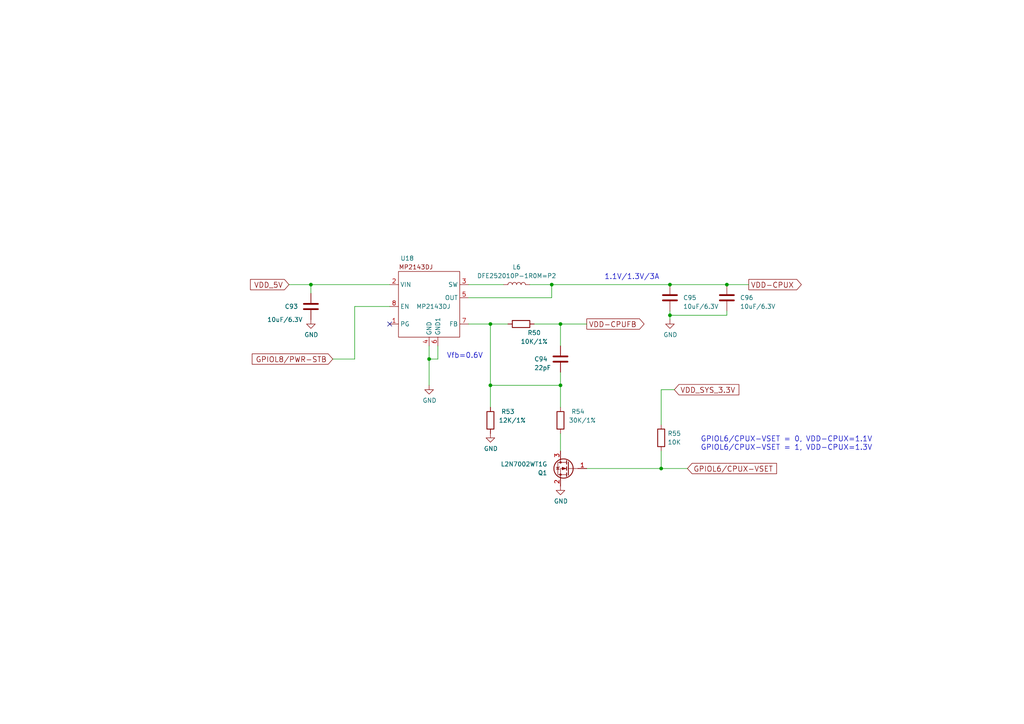
<source format=kicad_sch>
(kicad_sch (version 20230121) (generator eeschema)
  (paper "A4")
  (lib_symbols
    (symbol "Device:C" (pin_numbers hide) (pin_names (offset 0.254))
      (property "Reference" "C" (at 0.635 2.54 0))
      (property "Value" "C" (at 0.635 -2.54 0))
      (symbol "C_0_1"
        (polyline (pts (xy -2.032 -0.762) (xy 2.032 -0.762)) (stroke (width 0.508)))
        (polyline (pts (xy -2.032 0.762) (xy 2.032 0.762)) (stroke (width 0.508)))
      )
      (symbol "C_1_1"
        (pin passive line (at 0 3.81 270) (length 2.794) (name "~") (number "1"))
        (pin passive line (at 0 -3.81 90) (length 2.794) (name "~") (number "2"))
      )
    )
    (symbol "Device:L" (pin_numbers hide) (pin_names (offset 1.016) hide)
      (property "Reference" "L" (at -1.27 0 90))
      (property "Value" "L" (at 1.905 0 90))
      (symbol "L_0_1"
        (arc (start 0 -2.54) (mid 0.6323 -1.905) (end 0 -1.27))
        (arc (start 0 -1.27) (mid 0.6323 -0.635) (end 0 0))
        (arc (start 0 0) (mid 0.6323 0.635) (end 0 1.27))
        (arc (start 0 1.27) (mid 0.6323 1.905) (end 0 2.54))
      )
      (symbol "L_1_1"
        (pin passive line (at 0 3.81 270) (length 1.27) (name "1") (number "1"))
        (pin passive line (at 0 -3.81 90) (length 1.27) (name "2") (number "2"))
      )
    )
    (symbol "Device:R" (pin_numbers hide) (pin_names (offset 0))
      (property "Reference" "R" (at 2.032 0 90))
      (property "Value" "R" (at 0 0 90))
      (symbol "R_0_1"
        (rectangle (start -1.016 -2.54) (end 1.016 2.54) (stroke (width 0.254)))
      )
      (symbol "R_1_1"
        (pin passive line (at 0 3.81 270) (length 1.27) (name "~") (number "1"))
        (pin passive line (at 0 -3.81 90) (length 1.27) (name "~") (number "2"))
      )
    )
    (symbol "Transistor_FET:2N7002" (pin_names hide)
      (property "Reference" "Q" (at 5.08 1.905 0))
      (property "Value" "2N7002" (at 5.08 0 0))
      (symbol "2N7002_0_1"
        (polyline (pts (xy 0.254 0) (xy -2.54 0)))
        (polyline (pts (xy 0.254 1.905) (xy 0.254 -1.905)) (stroke (width 0.254)))
        (polyline (pts (xy 0.762 -1.27) (xy 0.762 -2.286)) (stroke (width 0.254)))
        (polyline (pts (xy 0.762 0.508) (xy 0.762 -0.508)) (stroke (width 0.254)))
        (polyline (pts (xy 0.762 2.286) (xy 0.762 1.27)) (stroke (width 0.254)))
        (polyline (pts (xy 2.54 2.54) (xy 2.54 1.778)))
        (polyline (pts (xy 2.54 -2.54) (xy 2.54 0) (xy 0.762 0)))
        (polyline (pts (xy 0.762 -1.778) (xy 3.302 -1.778) (xy 3.302 1.778) (xy 0.762 1.778)))
        (polyline (pts (xy 1.016 0) (xy 2.032 0.381) (xy 2.032 -0.381) (xy 1.016 0)) (fill (type outline)))
        (polyline (pts (xy 2.794 0.508) (xy 2.921 0.381) (xy 3.683 0.381) (xy 3.81 0.254)))
        (polyline (pts (xy 3.302 0.381) (xy 2.921 -0.254) (xy 3.683 -0.254) (xy 3.302 0.381)))
        (circle (center 1.651 0) (radius 2.794) (stroke (width 0.254)))
        (circle (center 2.54 -1.778) (radius 0.254) (fill (type outline)))
        (circle (center 2.54 1.778) (radius 0.254) (fill (type outline)))
      )
      (symbol "2N7002_1_1"
        (pin input line (at -5.08 0 0) (length 2.54) (name "G") (number "1"))
        (pin passive line (at 2.54 -5.08 90) (length 2.54) (name "S") (number "2"))
        (pin passive line (at 2.54 5.08 270) (length 2.54) (name "D") (number "3"))
      )
    )
    (symbol "WiRoc:MP2143DJ"
      (property "Reference" "U" (at -5.08 13.97 0))
      (symbol "MP2143DJ_1_1"
        (rectangle (start -6.35 10.16) (end 11.43 -8.89))
        (text "MP2143DJ" (at -1.27 11.43 0) (effects (font (size 1.27 1.27))))
        (pin input line (at -8.89 -5.08 0) (length 2.54) (name "PG") (number "1"))
        (pin power_in line (at -8.89 6.35 0) (length 2.54) (name "VIN") (number "2"))
        (pin power_out line (at 13.97 6.35 180) (length 2.54) (name "SW") (number "3"))
        (pin power_in line (at 2.54 -11.43 90) (length 2.54) (name "GND") (number "4"))
        (pin input line (at 13.97 2.54 180) (length 2.54) (name "OUT") (number "5"))
        (pin power_in line (at 5.08 -11.43 90) (length 2.54) (name "GND1") (number "6"))
        (pin output line (at 13.97 -5.08 180) (length 2.54) (name "FB") (number "7"))
        (pin input line (at -8.89 0 0) (length 2.54) (name "EN") (number "8"))
      )
    )
    (symbol "power:GND" (power) (pin_names (offset 0))
      (property "Value" "GND" (at 0 -3.81 0))
      (symbol "GND_0_1"
        (polyline (pts (xy 0 0) (xy 0 -1.27) (xy 1.27 -1.27) (xy 0 -2.54) (xy -1.27 -1.27) (xy 0 -1.27)))
      )
      (symbol "GND_1_1"
        (pin power_in line (at 0 0 270) (length 0) hide (name "GND") (number "1"))
      )
    )
  )
  (junction (at 194.31 91.44))
  (junction (at 90.17 82.55))
  (junction (at 162.56 93.98))
  (junction (at 194.31 82.55))
  (junction (at 162.56 111.76))
  (junction (at 124.46 104.14))
  (junction (at 142.24 93.98))
  (junction (at 191.77 135.89))
  (junction (at 142.24 111.76))
  (junction (at 160.02 82.55))
  (junction (at 210.82 82.55))
  (no_connect (at 113.03 93.98))
  (wire (pts (xy 162.56 93.98) (xy 162.56 100.33)))
  (wire (pts (xy 127 104.14) (xy 124.46 104.14)))
  (wire (pts (xy 135.89 93.98) (xy 142.24 93.98)))
  (wire (pts (xy 154.94 93.98) (xy 162.56 93.98)))
  (wire (pts (xy 142.24 93.98) (xy 147.32 93.98)))
  (wire (pts (xy 160.02 82.55) (xy 153.67 82.55)))
  (wire (pts (xy 162.56 93.98) (xy 170.18 93.98)))
  (wire (pts (xy 160.02 82.55) (xy 194.31 82.55)))
  (wire (pts (xy 162.56 125.73) (xy 162.56 130.81)))
  (wire (pts (xy 135.89 82.55) (xy 146.05 82.55)))
  (wire (pts (xy 127 100.33) (xy 127 104.14)))
  (wire (pts (xy 162.56 107.95) (xy 162.56 111.76)))
  (wire (pts (xy 96.52 104.14) (xy 102.87 104.14)))
  (wire (pts (xy 191.77 113.03) (xy 191.77 123.19)))
  (wire (pts (xy 124.46 104.14) (xy 124.46 111.76)))
  (wire (pts (xy 210.82 82.55) (xy 217.17 82.55)))
  (wire (pts (xy 162.56 111.76) (xy 142.24 111.76)))
  (wire (pts (xy 90.17 82.55) (xy 113.03 82.55)))
  (wire (pts (xy 83.82 82.55) (xy 90.17 82.55)))
  (wire (pts (xy 102.87 88.9) (xy 102.87 104.14)))
  (wire (pts (xy 162.56 111.76) (xy 162.56 118.11)))
  (wire (pts (xy 194.31 92.71) (xy 194.31 91.44)))
  (wire (pts (xy 113.03 88.9) (xy 102.87 88.9)))
  (wire (pts (xy 191.77 135.89) (xy 191.77 130.81)))
  (wire (pts (xy 90.17 82.55) (xy 90.17 85.09)))
  (wire (pts (xy 199.39 135.89) (xy 191.77 135.89)))
  (wire (pts (xy 210.82 90.17) (xy 210.82 91.44)))
  (wire (pts (xy 142.24 111.76) (xy 142.24 118.11)))
  (wire (pts (xy 195.58 113.03) (xy 191.77 113.03)))
  (wire (pts (xy 210.82 91.44) (xy 194.31 91.44)))
  (wire (pts (xy 135.89 86.36) (xy 160.02 86.36)))
  (wire (pts (xy 194.31 91.44) (xy 194.31 90.17)))
  (wire (pts (xy 142.24 111.76) (xy 142.24 93.98)))
  (wire (pts (xy 160.02 86.36) (xy 160.02 82.55)))
  (wire (pts (xy 194.31 82.55) (xy 210.82 82.55)))
  (wire (pts (xy 124.46 100.33) (xy 124.46 104.14)))
  (wire (pts (xy 170.18 135.89) (xy 191.77 135.89)))
  (text "GPIOL6/CPUX-VSET = 0, VDD-CPUX=1.1V\nGPIOL6/CPUX-VSET = 1, VDD-CPUX=1.3V" (at 203.2 130.81 0) (effects (font (size 1.524 1.524)) (justify left bottom)))
  (text "1.1V/1.3V/3A" (at 175.26 81.28 0) (effects (font (size 1.524 1.524)) (justify left bottom)))
  (text "Vfb=0.6V" (at 129.54 104.14 0) (effects (font (size 1.524 1.524)) (justify left bottom)))
  (global_label "VDD-CPUFB" (shape output) (at 170.18 93.98 0) (effects (font (size 1.524 1.524))) (property "Intersheetrefs" "${INTERSHEET_REFS}" (effects hide)))
  (global_label "GPIOL8{slash}PWR-STB" (shape input) (at 96.52 104.14 180) (effects (font (size 1.524 1.524))) (property "Intersheetrefs" "${INTERSHEET_REFS}" (effects hide)))
  (global_label "VDD_SYS_3.3V" (shape input) (at 195.58 113.03 0) (effects (font (size 1.524 1.524))) (property "Intersheetrefs" "${INTERSHEET_REFS}" (effects hide)))
  (global_label "VDD_5V" (shape input) (at 83.82 82.55 180) (effects (font (size 1.524 1.524))) (property "Intersheetrefs" "${INTERSHEET_REFS}" (effects hide)))
  (global_label "VDD-CPUX" (shape output) (at 217.17 82.55 0) (effects (font (size 1.524 1.524))) (property "Intersheetrefs" "${INTERSHEET_REFS}" (effects hide)))
  (global_label "GPIOL6{slash}CPUX-VSET" (shape input) (at 199.39 135.89 0) (effects (font (size 1.524 1.524))) (property "Intersheetrefs" "${INTERSHEET_REFS}" (effects hide)))
  (symbol (lib_id "power:GND") (at 162.56 140.97 0) (unit 1)
    (property "Reference" "#PWR0100" (effects hide))
    (property "Value" "GND" (at 162.687 145.3642 0))
  )
  (symbol (lib_id "Transistor_FET:2N7002") (at 165.1 135.89 0) (mirror y) (unit 1)
    (property "Reference" "Q1" (at 158.75 137.16 0) (effects (justify left)))
    (property "Value" "L2N7002WT1G" (at 158.75 134.62 0) (effects (justify left)))
    (property "Footprint" "Package_TO_SOT_SMD:SOT-323_SC-70" (effects hide))
    (property "Datasheet" "https://www.onsemi.com/pub/Collateral/NDS7002A-D.PDF" (effects hide))
  )
  (symbol (lib_id "power:GND") (at 124.46 111.76 0) (unit 1)
    (property "Reference" "#PWR098" (effects hide))
    (property "Value" "GND" (at 124.587 116.1542 0))
  )
  (symbol (lib_id "WiRoc:MP2143DJ") (at 121.92 88.9 0) (unit 1)
    (property "Reference" "U18" (at 118.11 74.93 0))
    (property "Value" "MP2143DJ" (at 125.73 88.9 0))
  )
  (symbol (lib_id "Device:R") (at 191.77 127 180) (unit 1)
    (property "Reference" "R55" (at 195.58 125.73 0))
    (property "Value" "10K" (at 195.58 128.27 0))
    (property "Footprint" "Resistor_SMD:R_0402_1005Metric" (effects hide))
  )
  (symbol (lib_id "Device:C") (at 194.31 86.36 0) (unit 1)
    (property "Reference" "C95" (at 198.12 86.36 0) (effects (justify left)))
    (property "Value" "10uF/6.3V" (at 198.12 88.9 0) (effects (justify left)))
    (property "Footprint" "Capacitor_SMD:C_0402_1005Metric" (effects hide))
  )
  (symbol (lib_id "Device:C") (at 210.82 86.36 0) (unit 1)
    (property "Reference" "C96" (at 214.63 86.36 0) (effects (justify left)))
    (property "Value" "10uF/6.3V" (at 214.63 88.9 0) (effects (justify left)))
    (property "Footprint" "Capacitor_SMD:C_0402_1005Metric" (effects hide))
  )
  (symbol (lib_id "Device:R") (at 162.56 121.92 180) (unit 1)
    (property "Reference" "R54" (at 167.64 119.38 0))
    (property "Value" "30K/1%" (at 168.91 121.92 0))
    (property "Footprint" "Resistor_SMD:R_0402_1005Metric" (effects hide))
  )
  (symbol (lib_id "Device:C") (at 90.17 88.9 0) (unit 1)
    (property "Reference" "C93" (at 82.55 88.9 0) (effects (justify left)))
    (property "Value" "10uF/6.3V" (at 77.47 92.71 0) (effects (justify left)))
    (property "Footprint" "Capacitor_SMD:C_0402_1005Metric" (effects hide))
  )
  (symbol (lib_id "power:GND") (at 90.17 92.71 0) (unit 1)
    (property "Reference" "#PWR097" (effects hide))
    (property "Value" "GND" (at 90.297 97.1042 0))
  )
  (symbol (lib_id "power:GND") (at 142.24 125.73 0) (unit 1)
    (property "Reference" "#PWR099" (effects hide))
    (property "Value" "GND" (at 142.367 130.1242 0))
  )
  (symbol (lib_id "Device:L") (at 149.86 82.55 90) (unit 1)
    (property "Reference" "L6" (at 149.86 77.47 90))
    (property "Value" "DFE252010P-1R0M=P2" (at 149.86 80.01 90))
    (property "Footprint" "Inductor_SMD:L_1008_2520Metric" (effects hide))
  )
  (symbol (lib_id "power:GND") (at 194.31 92.71 0) (unit 1)
    (property "Reference" "#PWR0101" (effects hide))
    (property "Value" "GND" (at 194.437 97.1042 0))
  )
  (symbol (lib_id "Device:R") (at 151.13 93.98 90) (unit 1)
    (property "Reference" "R50" (at 154.94 96.52 90))
    (property "Value" "10K/1%" (at 154.94 99.06 90))
    (property "Footprint" "Resistor_SMD:R_0402_1005Metric" (effects hide))
  )
  (symbol (lib_id "Device:R") (at 142.24 121.92 180) (unit 1)
    (property "Reference" "R53" (at 147.32 119.38 0))
    (property "Value" "12K/1%" (at 148.59 121.92 0))
    (property "Footprint" "Resistor_SMD:R_0402_1005Metric" (effects hide))
  )
  (symbol (lib_id "Device:C") (at 162.56 104.14 0) (unit 1)
    (property "Reference" "C94" (at 154.94 104.14 0) (effects (justify left)))
    (property "Value" "22pF" (at 154.94 106.68 0) (effects (justify left)))
    (property "Footprint" "Capacitor_SMD:C_0402_1005Metric" (effects hide))
  )
)
</source>
